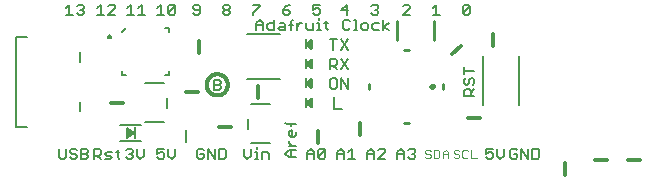
<source format=gbr>
G04 EAGLE Gerber RS-274X export*
G75*
%MOMM*%
%FSLAX34Y34*%
%LPD*%
%INSilkscreen Top*%
%IPPOS*%
%AMOC8*
5,1,8,0,0,1.08239X$1,22.5*%
G01*
%ADD10C,0.127000*%
%ADD11C,0.101600*%
%ADD12C,0.304800*%
%ADD13R,0.190500X0.889000*%
%ADD14C,0.203200*%
%ADD15C,0.220000*%
%ADD16R,0.200000X1.000000*%
%ADD17C,0.254000*%

G36*
X250212Y116082D02*
X250212Y116082D01*
X250229Y116080D01*
X250332Y116102D01*
X250437Y116120D01*
X250452Y116128D01*
X250470Y116132D01*
X250560Y116186D01*
X250654Y116236D01*
X250666Y116249D01*
X250681Y116258D01*
X250750Y116338D01*
X250822Y116415D01*
X250829Y116432D01*
X250841Y116445D01*
X250880Y116543D01*
X250924Y116639D01*
X250926Y116657D01*
X250933Y116673D01*
X250951Y116840D01*
X250951Y124460D01*
X250949Y124477D01*
X250950Y124492D01*
X250950Y124495D01*
X250929Y124599D01*
X250912Y124703D01*
X250903Y124718D01*
X250900Y124736D01*
X250846Y124827D01*
X250796Y124920D01*
X250784Y124932D01*
X250775Y124948D01*
X250695Y125017D01*
X250618Y125090D01*
X250602Y125097D01*
X250588Y125109D01*
X250491Y125149D01*
X250395Y125193D01*
X250377Y125195D01*
X250361Y125202D01*
X250255Y125209D01*
X250151Y125220D01*
X250133Y125216D01*
X250115Y125218D01*
X250013Y125190D01*
X249940Y125174D01*
X249937Y125174D01*
X249910Y125168D01*
X249895Y125159D01*
X249878Y125154D01*
X249733Y125069D01*
X244653Y121259D01*
X244650Y121256D01*
X244647Y121254D01*
X244565Y121167D01*
X244483Y121082D01*
X244481Y121078D01*
X244478Y121075D01*
X244428Y120966D01*
X244378Y120859D01*
X244378Y120855D01*
X244376Y120851D01*
X244363Y120733D01*
X244350Y120615D01*
X244350Y120611D01*
X244350Y120606D01*
X244376Y120490D01*
X244401Y120374D01*
X244403Y120370D01*
X244404Y120366D01*
X244465Y120264D01*
X244526Y120162D01*
X244529Y120159D01*
X244531Y120156D01*
X244653Y120041D01*
X249733Y116231D01*
X249749Y116223D01*
X249762Y116211D01*
X249858Y116166D01*
X249951Y116117D01*
X249969Y116114D01*
X249985Y116107D01*
X250090Y116095D01*
X250194Y116079D01*
X250212Y116082D01*
G37*
G36*
X250212Y99572D02*
X250212Y99572D01*
X250229Y99570D01*
X250332Y99592D01*
X250437Y99610D01*
X250452Y99618D01*
X250470Y99622D01*
X250560Y99676D01*
X250654Y99726D01*
X250666Y99739D01*
X250681Y99748D01*
X250750Y99828D01*
X250822Y99905D01*
X250829Y99922D01*
X250841Y99935D01*
X250880Y100033D01*
X250924Y100129D01*
X250926Y100147D01*
X250933Y100163D01*
X250951Y100330D01*
X250951Y107950D01*
X250949Y107967D01*
X250950Y107982D01*
X250950Y107985D01*
X250929Y108089D01*
X250912Y108193D01*
X250903Y108208D01*
X250900Y108226D01*
X250846Y108317D01*
X250796Y108410D01*
X250784Y108422D01*
X250775Y108438D01*
X250695Y108507D01*
X250618Y108580D01*
X250602Y108587D01*
X250588Y108599D01*
X250491Y108639D01*
X250395Y108683D01*
X250377Y108685D01*
X250361Y108692D01*
X250255Y108699D01*
X250151Y108710D01*
X250133Y108706D01*
X250115Y108708D01*
X250013Y108680D01*
X249940Y108664D01*
X249937Y108664D01*
X249910Y108658D01*
X249895Y108649D01*
X249878Y108644D01*
X249733Y108559D01*
X244653Y104749D01*
X244650Y104746D01*
X244647Y104744D01*
X244565Y104657D01*
X244483Y104572D01*
X244481Y104568D01*
X244478Y104565D01*
X244428Y104456D01*
X244378Y104349D01*
X244378Y104345D01*
X244376Y104341D01*
X244363Y104223D01*
X244350Y104105D01*
X244350Y104101D01*
X244350Y104096D01*
X244376Y103980D01*
X244401Y103864D01*
X244403Y103860D01*
X244404Y103856D01*
X244465Y103754D01*
X244526Y103652D01*
X244529Y103649D01*
X244531Y103646D01*
X244653Y103531D01*
X249733Y99721D01*
X249749Y99713D01*
X249762Y99701D01*
X249858Y99656D01*
X249951Y99607D01*
X249969Y99604D01*
X249985Y99597D01*
X250090Y99585D01*
X250194Y99569D01*
X250212Y99572D01*
G37*
G36*
X250212Y83062D02*
X250212Y83062D01*
X250229Y83060D01*
X250332Y83082D01*
X250437Y83100D01*
X250452Y83108D01*
X250470Y83112D01*
X250560Y83166D01*
X250654Y83216D01*
X250666Y83229D01*
X250681Y83238D01*
X250750Y83318D01*
X250822Y83395D01*
X250829Y83412D01*
X250841Y83425D01*
X250880Y83523D01*
X250924Y83619D01*
X250926Y83637D01*
X250933Y83653D01*
X250951Y83820D01*
X250951Y91440D01*
X250949Y91457D01*
X250950Y91472D01*
X250950Y91475D01*
X250929Y91579D01*
X250912Y91683D01*
X250903Y91698D01*
X250900Y91716D01*
X250846Y91807D01*
X250796Y91900D01*
X250784Y91912D01*
X250775Y91928D01*
X250695Y91997D01*
X250618Y92070D01*
X250602Y92077D01*
X250588Y92089D01*
X250491Y92129D01*
X250395Y92173D01*
X250377Y92175D01*
X250361Y92182D01*
X250255Y92189D01*
X250151Y92200D01*
X250133Y92196D01*
X250115Y92198D01*
X250013Y92170D01*
X249940Y92154D01*
X249937Y92154D01*
X249910Y92148D01*
X249895Y92139D01*
X249878Y92134D01*
X249733Y92049D01*
X244653Y88239D01*
X244650Y88236D01*
X244647Y88234D01*
X244565Y88147D01*
X244483Y88062D01*
X244481Y88058D01*
X244478Y88055D01*
X244428Y87946D01*
X244378Y87839D01*
X244378Y87835D01*
X244376Y87831D01*
X244363Y87713D01*
X244350Y87595D01*
X244350Y87591D01*
X244350Y87586D01*
X244376Y87470D01*
X244401Y87354D01*
X244403Y87350D01*
X244404Y87346D01*
X244465Y87244D01*
X244526Y87142D01*
X244529Y87139D01*
X244531Y87136D01*
X244653Y87021D01*
X249733Y83211D01*
X249749Y83203D01*
X249762Y83191D01*
X249858Y83146D01*
X249951Y83097D01*
X249969Y83094D01*
X249985Y83087D01*
X250090Y83075D01*
X250194Y83059D01*
X250212Y83062D01*
G37*
G36*
X250212Y66552D02*
X250212Y66552D01*
X250229Y66550D01*
X250332Y66572D01*
X250437Y66590D01*
X250452Y66598D01*
X250470Y66602D01*
X250560Y66656D01*
X250654Y66706D01*
X250666Y66719D01*
X250681Y66728D01*
X250750Y66808D01*
X250822Y66885D01*
X250829Y66902D01*
X250841Y66915D01*
X250880Y67013D01*
X250924Y67109D01*
X250926Y67127D01*
X250933Y67143D01*
X250951Y67310D01*
X250951Y74930D01*
X250949Y74947D01*
X250950Y74962D01*
X250950Y74965D01*
X250929Y75069D01*
X250912Y75173D01*
X250903Y75188D01*
X250900Y75206D01*
X250846Y75297D01*
X250796Y75390D01*
X250784Y75402D01*
X250775Y75418D01*
X250695Y75487D01*
X250618Y75560D01*
X250602Y75567D01*
X250588Y75579D01*
X250491Y75619D01*
X250395Y75663D01*
X250377Y75665D01*
X250361Y75672D01*
X250255Y75679D01*
X250151Y75690D01*
X250133Y75686D01*
X250115Y75688D01*
X250013Y75660D01*
X249940Y75644D01*
X249937Y75644D01*
X249910Y75638D01*
X249895Y75629D01*
X249878Y75624D01*
X249733Y75539D01*
X244653Y71729D01*
X244650Y71726D01*
X244647Y71724D01*
X244565Y71637D01*
X244483Y71552D01*
X244481Y71548D01*
X244478Y71545D01*
X244428Y71436D01*
X244378Y71329D01*
X244378Y71325D01*
X244376Y71321D01*
X244363Y71203D01*
X244350Y71085D01*
X244350Y71081D01*
X244350Y71076D01*
X244376Y70960D01*
X244401Y70844D01*
X244403Y70840D01*
X244404Y70836D01*
X244465Y70734D01*
X244526Y70632D01*
X244529Y70629D01*
X244531Y70626D01*
X244653Y70511D01*
X249733Y66701D01*
X249749Y66693D01*
X249762Y66681D01*
X249858Y66636D01*
X249951Y66587D01*
X249969Y66584D01*
X249985Y66577D01*
X250090Y66565D01*
X250194Y66549D01*
X250212Y66552D01*
G37*
G36*
X94565Y42713D02*
X94565Y42713D01*
X94636Y42711D01*
X94706Y42730D01*
X94777Y42738D01*
X94832Y42763D01*
X94911Y42783D01*
X95014Y42844D01*
X95083Y42875D01*
X98083Y44875D01*
X98170Y44952D01*
X98260Y45025D01*
X98275Y45047D01*
X98295Y45065D01*
X98357Y45162D01*
X98424Y45257D01*
X98432Y45283D01*
X98447Y45305D01*
X98479Y45416D01*
X98517Y45526D01*
X98518Y45553D01*
X98525Y45578D01*
X98525Y45694D01*
X98531Y45810D01*
X98525Y45836D01*
X98525Y45863D01*
X98493Y45974D01*
X98467Y46087D01*
X98454Y46110D01*
X98446Y46136D01*
X98384Y46234D01*
X98328Y46335D01*
X98310Y46351D01*
X98295Y46376D01*
X98087Y46561D01*
X98083Y46565D01*
X95083Y48565D01*
X95019Y48596D01*
X94959Y48636D01*
X94891Y48657D01*
X94827Y48688D01*
X94756Y48700D01*
X94688Y48721D01*
X94617Y48723D01*
X94547Y48735D01*
X94475Y48727D01*
X94404Y48729D01*
X94335Y48711D01*
X94264Y48702D01*
X94198Y48675D01*
X94129Y48657D01*
X94068Y48620D01*
X94002Y48593D01*
X93946Y48548D01*
X93884Y48512D01*
X93835Y48460D01*
X93780Y48415D01*
X93739Y48357D01*
X93690Y48304D01*
X93657Y48241D01*
X93616Y48183D01*
X93593Y48115D01*
X93560Y48051D01*
X93550Y47992D01*
X93523Y47914D01*
X93517Y47795D01*
X93505Y47720D01*
X93505Y43720D01*
X93515Y43649D01*
X93515Y43577D01*
X93535Y43509D01*
X93545Y43439D01*
X93574Y43373D01*
X93594Y43304D01*
X93632Y43244D01*
X93661Y43179D01*
X93707Y43124D01*
X93745Y43064D01*
X93799Y43016D01*
X93845Y42962D01*
X93904Y42922D01*
X93958Y42875D01*
X94022Y42844D01*
X94081Y42805D01*
X94150Y42783D01*
X94214Y42752D01*
X94284Y42740D01*
X94352Y42719D01*
X94424Y42717D01*
X94495Y42705D01*
X94565Y42713D01*
G37*
D10*
X265600Y99695D02*
X265600Y108593D01*
X270049Y108593D01*
X271532Y107110D01*
X271532Y104144D01*
X270049Y102661D01*
X265600Y102661D01*
X268566Y102661D02*
X271532Y99695D01*
X280887Y99695D02*
X274955Y108593D01*
X280887Y108593D02*
X274955Y99695D01*
X268566Y116205D02*
X268566Y125103D01*
X265600Y125103D02*
X271532Y125103D01*
X274955Y125103D02*
X280887Y116205D01*
X274955Y116205D02*
X280887Y125103D01*
X270049Y92083D02*
X267083Y92083D01*
X265600Y90600D01*
X265600Y84668D01*
X267083Y83185D01*
X270049Y83185D01*
X271532Y84668D01*
X271532Y90600D01*
X270049Y92083D01*
X274955Y92083D02*
X274955Y83185D01*
X280887Y83185D02*
X274955Y92083D01*
X280887Y92083D02*
X280887Y83185D01*
X45046Y154313D02*
X42080Y151347D01*
X45046Y154313D02*
X45046Y145415D01*
X42080Y145415D02*
X48012Y145415D01*
X51435Y152830D02*
X52918Y154313D01*
X55884Y154313D01*
X57367Y152830D01*
X57367Y151347D01*
X55884Y149864D01*
X54401Y149864D01*
X55884Y149864D02*
X57367Y148381D01*
X57367Y146898D01*
X55884Y145415D01*
X52918Y145415D01*
X51435Y146898D01*
X68750Y151347D02*
X71716Y154313D01*
X71716Y145415D01*
X68750Y145415D02*
X74682Y145415D01*
X78105Y145415D02*
X84037Y145415D01*
X78105Y145415D02*
X84037Y151347D01*
X84037Y152830D01*
X82554Y154313D01*
X79588Y154313D01*
X78105Y152830D01*
X94150Y151347D02*
X97116Y154313D01*
X97116Y145415D01*
X94150Y145415D02*
X100082Y145415D01*
X103505Y151347D02*
X106471Y154313D01*
X106471Y145415D01*
X103505Y145415D02*
X109437Y145415D01*
X119550Y151347D02*
X122516Y154313D01*
X122516Y145415D01*
X119550Y145415D02*
X125482Y145415D01*
X128905Y146898D02*
X128905Y152830D01*
X130388Y154313D01*
X133354Y154313D01*
X134837Y152830D01*
X134837Y146898D01*
X133354Y145415D01*
X130388Y145415D01*
X128905Y146898D01*
X134837Y152830D01*
X149627Y146898D02*
X151110Y145415D01*
X154076Y145415D01*
X155559Y146898D01*
X155559Y152830D01*
X154076Y154313D01*
X151110Y154313D01*
X149627Y152830D01*
X149627Y151347D01*
X151110Y149864D01*
X155559Y149864D01*
X175027Y152830D02*
X176510Y154313D01*
X179476Y154313D01*
X180959Y152830D01*
X180959Y151347D01*
X179476Y149864D01*
X180959Y148381D01*
X180959Y146898D01*
X179476Y145415D01*
X176510Y145415D01*
X175027Y146898D01*
X175027Y148381D01*
X176510Y149864D01*
X175027Y151347D01*
X175027Y152830D01*
X176510Y149864D02*
X179476Y149864D01*
X200427Y154313D02*
X206359Y154313D01*
X206359Y152830D01*
X200427Y146898D01*
X200427Y145415D01*
X228793Y152830D02*
X231759Y154313D01*
X228793Y152830D02*
X225827Y149864D01*
X225827Y146898D01*
X227310Y145415D01*
X230276Y145415D01*
X231759Y146898D01*
X231759Y148381D01*
X230276Y149864D01*
X225827Y149864D01*
X251227Y154313D02*
X257159Y154313D01*
X251227Y154313D02*
X251227Y149864D01*
X254193Y151347D01*
X255676Y151347D01*
X257159Y149864D01*
X257159Y146898D01*
X255676Y145415D01*
X252710Y145415D01*
X251227Y146898D01*
X279806Y145415D02*
X279806Y154313D01*
X275357Y149864D01*
X281289Y149864D01*
X300757Y152830D02*
X302240Y154313D01*
X305206Y154313D01*
X306689Y152830D01*
X306689Y151347D01*
X305206Y149864D01*
X303723Y149864D01*
X305206Y149864D02*
X306689Y148381D01*
X306689Y146898D01*
X305206Y145415D01*
X302240Y145415D01*
X300757Y146898D01*
X327427Y145415D02*
X333359Y145415D01*
X327427Y145415D02*
X333359Y151347D01*
X333359Y152830D01*
X331876Y154313D01*
X328910Y154313D01*
X327427Y152830D01*
X352827Y151347D02*
X355793Y154313D01*
X355793Y145415D01*
X352827Y145415D02*
X358759Y145415D01*
X378227Y146898D02*
X378227Y152830D01*
X379710Y154313D01*
X382676Y154313D01*
X384159Y152830D01*
X384159Y146898D01*
X382676Y145415D01*
X379710Y145415D01*
X378227Y146898D01*
X384159Y152830D01*
D11*
X373841Y31502D02*
X375027Y30316D01*
X373841Y31502D02*
X371468Y31502D01*
X370282Y30316D01*
X370282Y29129D01*
X371468Y27943D01*
X373841Y27943D01*
X375027Y26757D01*
X375027Y25570D01*
X373841Y24384D01*
X371468Y24384D01*
X370282Y25570D01*
X381325Y31502D02*
X382511Y30316D01*
X381325Y31502D02*
X378952Y31502D01*
X377766Y30316D01*
X377766Y25570D01*
X378952Y24384D01*
X381325Y24384D01*
X382511Y25570D01*
X385250Y24384D02*
X385250Y31502D01*
X385250Y24384D02*
X389995Y24384D01*
X350897Y30316D02*
X349711Y31502D01*
X347338Y31502D01*
X346152Y30316D01*
X346152Y29129D01*
X347338Y27943D01*
X349711Y27943D01*
X350897Y26757D01*
X350897Y25570D01*
X349711Y24384D01*
X347338Y24384D01*
X346152Y25570D01*
X353636Y24384D02*
X353636Y31502D01*
X353636Y24384D02*
X357195Y24384D01*
X358381Y25570D01*
X358381Y30316D01*
X357195Y31502D01*
X353636Y31502D01*
X361120Y29129D02*
X361120Y24384D01*
X361120Y29129D02*
X363493Y31502D01*
X365865Y29129D01*
X365865Y24384D01*
X365865Y27943D02*
X361120Y27943D01*
D10*
X322750Y29427D02*
X322750Y23495D01*
X322750Y29427D02*
X325716Y32393D01*
X328682Y29427D01*
X328682Y23495D01*
X328682Y27944D02*
X322750Y27944D01*
X332105Y30910D02*
X333588Y32393D01*
X336554Y32393D01*
X338037Y30910D01*
X338037Y29427D01*
X336554Y27944D01*
X335071Y27944D01*
X336554Y27944D02*
X338037Y26461D01*
X338037Y24978D01*
X336554Y23495D01*
X333588Y23495D01*
X332105Y24978D01*
X297350Y23495D02*
X297350Y29427D01*
X300316Y32393D01*
X303282Y29427D01*
X303282Y23495D01*
X303282Y27944D02*
X297350Y27944D01*
X306705Y23495D02*
X312637Y23495D01*
X306705Y23495D02*
X312637Y29427D01*
X312637Y30910D01*
X311154Y32393D01*
X308188Y32393D01*
X306705Y30910D01*
X271950Y29427D02*
X271950Y23495D01*
X271950Y29427D02*
X274916Y32393D01*
X277882Y29427D01*
X277882Y23495D01*
X277882Y27944D02*
X271950Y27944D01*
X281305Y29427D02*
X284271Y32393D01*
X284271Y23495D01*
X281305Y23495D02*
X287237Y23495D01*
X246550Y23495D02*
X246550Y29427D01*
X249516Y32393D01*
X252482Y29427D01*
X252482Y23495D01*
X252482Y27944D02*
X246550Y27944D01*
X255905Y24978D02*
X255905Y30910D01*
X257388Y32393D01*
X260354Y32393D01*
X261837Y30910D01*
X261837Y24978D01*
X260354Y23495D01*
X257388Y23495D01*
X255905Y24978D01*
X261837Y30910D01*
X236855Y24903D02*
X230923Y24903D01*
X227957Y27869D01*
X230923Y30835D01*
X236855Y30835D01*
X232406Y30835D02*
X232406Y24903D01*
X230923Y34259D02*
X236855Y34259D01*
X233889Y34259D02*
X230923Y37224D01*
X230923Y38707D01*
X236855Y43538D02*
X236855Y46503D01*
X236855Y43538D02*
X235372Y42055D01*
X232406Y42055D01*
X230923Y43538D01*
X230923Y46503D01*
X232406Y47986D01*
X233889Y47986D01*
X233889Y42055D01*
X236855Y52893D02*
X229440Y52893D01*
X227957Y54376D01*
X232406Y54376D02*
X232406Y51410D01*
X192631Y32393D02*
X192631Y26461D01*
X195597Y23495D01*
X198563Y26461D01*
X198563Y32393D01*
X201987Y29427D02*
X203470Y29427D01*
X203470Y23495D01*
X204952Y23495D02*
X201987Y23495D01*
X203470Y32393D02*
X203470Y33876D01*
X208223Y29427D02*
X208223Y23495D01*
X208223Y29427D02*
X212672Y29427D01*
X214155Y27944D01*
X214155Y23495D01*
X158904Y30910D02*
X157421Y32393D01*
X154455Y32393D01*
X152972Y30910D01*
X152972Y24978D01*
X154455Y23495D01*
X157421Y23495D01*
X158904Y24978D01*
X158904Y27944D01*
X155938Y27944D01*
X162327Y23495D02*
X162327Y32393D01*
X168259Y23495D01*
X168259Y32393D01*
X171683Y32393D02*
X171683Y23495D01*
X176131Y23495D01*
X177614Y24978D01*
X177614Y30910D01*
X176131Y32393D01*
X171683Y32393D01*
X125482Y32393D02*
X119550Y32393D01*
X119550Y27944D01*
X122516Y29427D01*
X123999Y29427D01*
X125482Y27944D01*
X125482Y24978D01*
X123999Y23495D01*
X121033Y23495D01*
X119550Y24978D01*
X128905Y26461D02*
X128905Y32393D01*
X128905Y26461D02*
X131871Y23495D01*
X134837Y26461D01*
X134837Y32393D01*
X36132Y32393D02*
X36132Y24978D01*
X37615Y23495D01*
X40581Y23495D01*
X42064Y24978D01*
X42064Y32393D01*
X49936Y32393D02*
X51419Y30910D01*
X49936Y32393D02*
X46970Y32393D01*
X45487Y30910D01*
X45487Y29427D01*
X46970Y27944D01*
X49936Y27944D01*
X51419Y26461D01*
X51419Y24978D01*
X49936Y23495D01*
X46970Y23495D01*
X45487Y24978D01*
X54843Y23495D02*
X54843Y32393D01*
X59291Y32393D01*
X60774Y30910D01*
X60774Y29427D01*
X59291Y27944D01*
X60774Y26461D01*
X60774Y24978D01*
X59291Y23495D01*
X54843Y23495D01*
X54843Y27944D02*
X59291Y27944D01*
X92880Y30910D02*
X94363Y32393D01*
X97329Y32393D01*
X98812Y30910D01*
X98812Y29427D01*
X97329Y27944D01*
X95846Y27944D01*
X97329Y27944D02*
X98812Y26461D01*
X98812Y24978D01*
X97329Y23495D01*
X94363Y23495D01*
X92880Y24978D01*
X102235Y26461D02*
X102235Y32393D01*
X102235Y26461D02*
X105201Y23495D01*
X108167Y26461D01*
X108167Y32393D01*
X65631Y32393D02*
X65631Y23495D01*
X65631Y32393D02*
X70080Y32393D01*
X71563Y30910D01*
X71563Y27944D01*
X70080Y26461D01*
X65631Y26461D01*
X68597Y26461D02*
X71563Y23495D01*
X74987Y23495D02*
X79435Y23495D01*
X80918Y24978D01*
X79435Y26461D01*
X76470Y26461D01*
X74987Y27944D01*
X76470Y29427D01*
X80918Y29427D01*
X85825Y30910D02*
X85825Y24978D01*
X87308Y23495D01*
X87308Y29427D02*
X84342Y29427D01*
X203295Y132715D02*
X203295Y138647D01*
X206261Y141613D01*
X209226Y138647D01*
X209226Y132715D01*
X209226Y137164D02*
X203295Y137164D01*
X218582Y141613D02*
X218582Y132715D01*
X214133Y132715D01*
X212650Y134198D01*
X212650Y137164D01*
X214133Y138647D01*
X218582Y138647D01*
X223488Y138647D02*
X226454Y138647D01*
X227937Y137164D01*
X227937Y132715D01*
X223488Y132715D01*
X222005Y134198D01*
X223488Y135681D01*
X227937Y135681D01*
X232843Y132715D02*
X232843Y140130D01*
X234326Y141613D01*
X234326Y137164D02*
X231360Y137164D01*
X237597Y138647D02*
X237597Y132715D01*
X237597Y135681D02*
X240563Y138647D01*
X242046Y138647D01*
X245393Y138647D02*
X245393Y134198D01*
X246876Y132715D01*
X251325Y132715D01*
X251325Y138647D01*
X254748Y138647D02*
X256231Y138647D01*
X256231Y132715D01*
X254748Y132715D02*
X257714Y132715D01*
X256231Y141613D02*
X256231Y143096D01*
X262468Y140130D02*
X262468Y134198D01*
X263951Y132715D01*
X263951Y138647D02*
X260985Y138647D01*
X281026Y141613D02*
X282509Y140130D01*
X281026Y141613D02*
X278060Y141613D01*
X276577Y140130D01*
X276577Y134198D01*
X278060Y132715D01*
X281026Y132715D01*
X282509Y134198D01*
X285932Y141613D02*
X287415Y141613D01*
X287415Y132715D01*
X285932Y132715D02*
X288898Y132715D01*
X293652Y132715D02*
X296618Y132715D01*
X298101Y134198D01*
X298101Y137164D01*
X296618Y138647D01*
X293652Y138647D01*
X292169Y137164D01*
X292169Y134198D01*
X293652Y132715D01*
X303007Y138647D02*
X307456Y138647D01*
X303007Y138647D02*
X301524Y137164D01*
X301524Y134198D01*
X303007Y132715D01*
X307456Y132715D01*
X310879Y132715D02*
X310879Y141613D01*
X310879Y135681D02*
X315328Y132715D01*
X310879Y135681D02*
X315328Y138647D01*
X379087Y76835D02*
X387985Y76835D01*
X379087Y76835D02*
X379087Y81284D01*
X380570Y82767D01*
X383536Y82767D01*
X385019Y81284D01*
X385019Y76835D01*
X385019Y79801D02*
X387985Y82767D01*
X379087Y90639D02*
X380570Y92122D01*
X379087Y90639D02*
X379087Y87673D01*
X380570Y86190D01*
X382053Y86190D01*
X383536Y87673D01*
X383536Y90639D01*
X385019Y92122D01*
X386502Y92122D01*
X387985Y90639D01*
X387985Y87673D01*
X386502Y86190D01*
X387985Y98511D02*
X379087Y98511D01*
X379087Y95545D02*
X379087Y101477D01*
X397680Y32393D02*
X403612Y32393D01*
X397680Y32393D02*
X397680Y27944D01*
X400646Y29427D01*
X402129Y29427D01*
X403612Y27944D01*
X403612Y24978D01*
X402129Y23495D01*
X399163Y23495D01*
X397680Y24978D01*
X407035Y26461D02*
X407035Y32393D01*
X407035Y26461D02*
X410001Y23495D01*
X412967Y26461D01*
X412967Y32393D01*
X422851Y32393D02*
X424334Y30910D01*
X422851Y32393D02*
X419885Y32393D01*
X418402Y30910D01*
X418402Y24978D01*
X419885Y23495D01*
X422851Y23495D01*
X424334Y24978D01*
X424334Y27944D01*
X421368Y27944D01*
X427757Y23495D02*
X427757Y32393D01*
X433689Y23495D01*
X433689Y32393D01*
X437113Y32393D02*
X437113Y23495D01*
X441561Y23495D01*
X443044Y24978D01*
X443044Y30910D01*
X441561Y32393D01*
X437113Y32393D01*
D12*
X181610Y50800D02*
X171450Y50800D01*
D13*
X245293Y87630D03*
D12*
X291484Y54392D02*
X291484Y44232D01*
D13*
X245293Y71120D03*
D14*
X268986Y65786D02*
X268986Y76463D01*
X268986Y65786D02*
X276104Y65786D01*
X143510Y48260D02*
X143510Y38100D01*
D12*
X204470Y74930D02*
X204470Y85090D01*
X90170Y71120D02*
X80010Y71120D01*
D15*
X322038Y124080D02*
X322038Y140080D01*
X354038Y140080D02*
X354038Y124080D01*
D12*
X369108Y112440D02*
X376292Y119624D01*
X255270Y46990D02*
X255270Y36830D01*
D14*
X425464Y68916D02*
X425464Y110916D01*
X394956Y110916D02*
X394956Y68916D01*
D12*
X403860Y119380D02*
X403860Y129540D01*
X392430Y58420D02*
X382270Y58420D01*
D14*
X105250Y38720D02*
X87790Y38720D01*
X87790Y52720D02*
X105250Y52720D01*
X99520Y45720D02*
X93520Y41720D01*
X93520Y49720D01*
X99520Y45720D01*
D16*
X100520Y45720D03*
D14*
X195550Y91490D02*
X223550Y91490D01*
X223550Y129490D02*
X195550Y129490D01*
X199010Y36840D02*
X215010Y36840D01*
X215010Y69840D02*
X199010Y69840D01*
X196510Y57340D02*
X196510Y49340D01*
D17*
X361313Y82969D02*
X361313Y87211D01*
X332321Y53977D02*
X328079Y53977D01*
X299087Y82969D02*
X299087Y87211D01*
X328079Y116203D02*
X332321Y116203D01*
X350620Y85090D02*
X350622Y85167D01*
X350628Y85244D01*
X350638Y85321D01*
X350652Y85397D01*
X350669Y85472D01*
X350691Y85546D01*
X350716Y85619D01*
X350746Y85691D01*
X350778Y85761D01*
X350815Y85829D01*
X350854Y85895D01*
X350897Y85959D01*
X350944Y86021D01*
X350993Y86080D01*
X351046Y86137D01*
X351101Y86191D01*
X351159Y86242D01*
X351220Y86290D01*
X351283Y86335D01*
X351348Y86376D01*
X351415Y86414D01*
X351484Y86449D01*
X351555Y86479D01*
X351627Y86507D01*
X351701Y86530D01*
X351775Y86550D01*
X351851Y86566D01*
X351927Y86578D01*
X352004Y86586D01*
X352081Y86590D01*
X352159Y86590D01*
X352236Y86586D01*
X352313Y86578D01*
X352389Y86566D01*
X352465Y86550D01*
X352539Y86530D01*
X352613Y86507D01*
X352685Y86479D01*
X352756Y86449D01*
X352825Y86414D01*
X352892Y86376D01*
X352957Y86335D01*
X353020Y86290D01*
X353081Y86242D01*
X353139Y86191D01*
X353194Y86137D01*
X353247Y86080D01*
X353296Y86021D01*
X353343Y85959D01*
X353386Y85895D01*
X353425Y85829D01*
X353462Y85761D01*
X353494Y85691D01*
X353524Y85619D01*
X353549Y85546D01*
X353571Y85472D01*
X353588Y85397D01*
X353602Y85321D01*
X353612Y85244D01*
X353618Y85167D01*
X353620Y85090D01*
X353618Y85013D01*
X353612Y84936D01*
X353602Y84859D01*
X353588Y84783D01*
X353571Y84708D01*
X353549Y84634D01*
X353524Y84561D01*
X353494Y84489D01*
X353462Y84419D01*
X353425Y84351D01*
X353386Y84285D01*
X353343Y84221D01*
X353296Y84159D01*
X353247Y84100D01*
X353194Y84043D01*
X353139Y83989D01*
X353081Y83938D01*
X353020Y83890D01*
X352957Y83845D01*
X352892Y83804D01*
X352825Y83766D01*
X352756Y83731D01*
X352685Y83701D01*
X352613Y83673D01*
X352539Y83650D01*
X352465Y83630D01*
X352389Y83614D01*
X352313Y83602D01*
X352236Y83594D01*
X352159Y83590D01*
X352081Y83590D01*
X352004Y83594D01*
X351927Y83602D01*
X351851Y83614D01*
X351775Y83630D01*
X351701Y83650D01*
X351627Y83673D01*
X351555Y83701D01*
X351484Y83731D01*
X351415Y83766D01*
X351348Y83804D01*
X351283Y83845D01*
X351220Y83890D01*
X351159Y83938D01*
X351101Y83989D01*
X351046Y84043D01*
X350993Y84100D01*
X350944Y84159D01*
X350897Y84221D01*
X350854Y84285D01*
X350815Y84351D01*
X350778Y84419D01*
X350746Y84489D01*
X350716Y84561D01*
X350691Y84634D01*
X350669Y84708D01*
X350652Y84783D01*
X350638Y84859D01*
X350628Y84936D01*
X350622Y85013D01*
X350620Y85090D01*
D14*
X129220Y94300D02*
X125720Y94300D01*
X129220Y94300D02*
X129220Y97800D01*
X92720Y94300D02*
X89220Y94300D01*
X89220Y97800D01*
X129220Y130800D02*
X129220Y134300D01*
X125720Y134300D01*
X92720Y134300D02*
X89220Y130800D01*
X77470Y127000D02*
X77472Y127071D01*
X77478Y127142D01*
X77488Y127213D01*
X77502Y127283D01*
X77520Y127352D01*
X77541Y127419D01*
X77567Y127486D01*
X77596Y127551D01*
X77628Y127614D01*
X77665Y127676D01*
X77704Y127735D01*
X77747Y127792D01*
X77793Y127846D01*
X77842Y127898D01*
X77894Y127947D01*
X77948Y127993D01*
X78005Y128036D01*
X78064Y128075D01*
X78126Y128112D01*
X78189Y128144D01*
X78254Y128173D01*
X78321Y128199D01*
X78388Y128220D01*
X78457Y128238D01*
X78527Y128252D01*
X78598Y128262D01*
X78669Y128268D01*
X78740Y128270D01*
X78811Y128268D01*
X78882Y128262D01*
X78953Y128252D01*
X79023Y128238D01*
X79092Y128220D01*
X79159Y128199D01*
X79226Y128173D01*
X79291Y128144D01*
X79354Y128112D01*
X79416Y128075D01*
X79475Y128036D01*
X79532Y127993D01*
X79586Y127947D01*
X79638Y127898D01*
X79687Y127846D01*
X79733Y127792D01*
X79776Y127735D01*
X79815Y127676D01*
X79852Y127614D01*
X79884Y127551D01*
X79913Y127486D01*
X79939Y127419D01*
X79960Y127352D01*
X79978Y127283D01*
X79992Y127213D01*
X80002Y127142D01*
X80008Y127071D01*
X80010Y127000D01*
X80008Y126929D01*
X80002Y126858D01*
X79992Y126787D01*
X79978Y126717D01*
X79960Y126648D01*
X79939Y126581D01*
X79913Y126514D01*
X79884Y126449D01*
X79852Y126386D01*
X79815Y126324D01*
X79776Y126265D01*
X79733Y126208D01*
X79687Y126154D01*
X79638Y126102D01*
X79586Y126053D01*
X79532Y126007D01*
X79475Y125964D01*
X79416Y125925D01*
X79354Y125888D01*
X79291Y125856D01*
X79226Y125827D01*
X79159Y125801D01*
X79092Y125780D01*
X79023Y125762D01*
X78953Y125748D01*
X78882Y125738D01*
X78811Y125732D01*
X78740Y125730D01*
X78669Y125732D01*
X78598Y125738D01*
X78527Y125748D01*
X78457Y125762D01*
X78388Y125780D01*
X78321Y125801D01*
X78254Y125827D01*
X78189Y125856D01*
X78126Y125888D01*
X78064Y125925D01*
X78005Y125964D01*
X77948Y126007D01*
X77894Y126053D01*
X77842Y126102D01*
X77793Y126154D01*
X77747Y126208D01*
X77704Y126265D01*
X77665Y126324D01*
X77628Y126386D01*
X77596Y126449D01*
X77567Y126514D01*
X77541Y126581D01*
X77520Y126648D01*
X77502Y126717D01*
X77488Y126787D01*
X77478Y126858D01*
X77472Y126929D01*
X77470Y127000D01*
D10*
X54180Y113900D02*
X54180Y105900D01*
X54180Y71900D02*
X54180Y63900D01*
X9180Y126900D02*
X180Y126900D01*
X180Y50900D01*
X9180Y50900D01*
D12*
X154940Y113030D02*
X154940Y123190D01*
X153670Y80010D02*
X143510Y80010D01*
D13*
X245293Y104140D03*
X245293Y120650D03*
D14*
X124840Y87620D02*
X108840Y87620D01*
X108840Y54620D02*
X124840Y54620D01*
X127340Y67120D02*
X127340Y75120D01*
D12*
X161200Y86360D02*
X161203Y86580D01*
X161211Y86801D01*
X161224Y87021D01*
X161243Y87240D01*
X161268Y87459D01*
X161297Y87678D01*
X161332Y87895D01*
X161373Y88112D01*
X161418Y88328D01*
X161469Y88542D01*
X161525Y88755D01*
X161587Y88967D01*
X161653Y89177D01*
X161725Y89385D01*
X161802Y89592D01*
X161884Y89796D01*
X161970Y89999D01*
X162062Y90199D01*
X162159Y90398D01*
X162260Y90593D01*
X162367Y90786D01*
X162478Y90977D01*
X162593Y91164D01*
X162713Y91349D01*
X162838Y91531D01*
X162967Y91709D01*
X163101Y91885D01*
X163238Y92057D01*
X163380Y92225D01*
X163526Y92391D01*
X163676Y92552D01*
X163830Y92710D01*
X163988Y92864D01*
X164149Y93014D01*
X164315Y93160D01*
X164483Y93302D01*
X164655Y93439D01*
X164831Y93573D01*
X165009Y93702D01*
X165191Y93827D01*
X165376Y93947D01*
X165563Y94062D01*
X165754Y94173D01*
X165947Y94280D01*
X166142Y94381D01*
X166341Y94478D01*
X166541Y94570D01*
X166744Y94656D01*
X166948Y94738D01*
X167155Y94815D01*
X167363Y94887D01*
X167573Y94953D01*
X167785Y95015D01*
X167998Y95071D01*
X168212Y95122D01*
X168428Y95167D01*
X168645Y95208D01*
X168862Y95243D01*
X169081Y95272D01*
X169300Y95297D01*
X169519Y95316D01*
X169739Y95329D01*
X169960Y95337D01*
X170180Y95340D01*
X170400Y95337D01*
X170621Y95329D01*
X170841Y95316D01*
X171060Y95297D01*
X171279Y95272D01*
X171498Y95243D01*
X171715Y95208D01*
X171932Y95167D01*
X172148Y95122D01*
X172362Y95071D01*
X172575Y95015D01*
X172787Y94953D01*
X172997Y94887D01*
X173205Y94815D01*
X173412Y94738D01*
X173616Y94656D01*
X173819Y94570D01*
X174019Y94478D01*
X174218Y94381D01*
X174413Y94280D01*
X174606Y94173D01*
X174797Y94062D01*
X174984Y93947D01*
X175169Y93827D01*
X175351Y93702D01*
X175529Y93573D01*
X175705Y93439D01*
X175877Y93302D01*
X176045Y93160D01*
X176211Y93014D01*
X176372Y92864D01*
X176530Y92710D01*
X176684Y92552D01*
X176834Y92391D01*
X176980Y92225D01*
X177122Y92057D01*
X177259Y91885D01*
X177393Y91709D01*
X177522Y91531D01*
X177647Y91349D01*
X177767Y91164D01*
X177882Y90977D01*
X177993Y90786D01*
X178100Y90593D01*
X178201Y90398D01*
X178298Y90199D01*
X178390Y89999D01*
X178476Y89796D01*
X178558Y89592D01*
X178635Y89385D01*
X178707Y89177D01*
X178773Y88967D01*
X178835Y88755D01*
X178891Y88542D01*
X178942Y88328D01*
X178987Y88112D01*
X179028Y87895D01*
X179063Y87678D01*
X179092Y87459D01*
X179117Y87240D01*
X179136Y87021D01*
X179149Y86801D01*
X179157Y86580D01*
X179160Y86360D01*
X179157Y86140D01*
X179149Y85919D01*
X179136Y85699D01*
X179117Y85480D01*
X179092Y85261D01*
X179063Y85042D01*
X179028Y84825D01*
X178987Y84608D01*
X178942Y84392D01*
X178891Y84178D01*
X178835Y83965D01*
X178773Y83753D01*
X178707Y83543D01*
X178635Y83335D01*
X178558Y83128D01*
X178476Y82924D01*
X178390Y82721D01*
X178298Y82521D01*
X178201Y82322D01*
X178100Y82127D01*
X177993Y81934D01*
X177882Y81743D01*
X177767Y81556D01*
X177647Y81371D01*
X177522Y81189D01*
X177393Y81011D01*
X177259Y80835D01*
X177122Y80663D01*
X176980Y80495D01*
X176834Y80329D01*
X176684Y80168D01*
X176530Y80010D01*
X176372Y79856D01*
X176211Y79706D01*
X176045Y79560D01*
X175877Y79418D01*
X175705Y79281D01*
X175529Y79147D01*
X175351Y79018D01*
X175169Y78893D01*
X174984Y78773D01*
X174797Y78658D01*
X174606Y78547D01*
X174413Y78440D01*
X174218Y78339D01*
X174019Y78242D01*
X173819Y78150D01*
X173616Y78064D01*
X173412Y77982D01*
X173205Y77905D01*
X172997Y77833D01*
X172787Y77767D01*
X172575Y77705D01*
X172362Y77649D01*
X172148Y77598D01*
X171932Y77553D01*
X171715Y77512D01*
X171498Y77477D01*
X171279Y77448D01*
X171060Y77423D01*
X170841Y77404D01*
X170621Y77391D01*
X170400Y77383D01*
X170180Y77380D01*
X169960Y77383D01*
X169739Y77391D01*
X169519Y77404D01*
X169300Y77423D01*
X169081Y77448D01*
X168862Y77477D01*
X168645Y77512D01*
X168428Y77553D01*
X168212Y77598D01*
X167998Y77649D01*
X167785Y77705D01*
X167573Y77767D01*
X167363Y77833D01*
X167155Y77905D01*
X166948Y77982D01*
X166744Y78064D01*
X166541Y78150D01*
X166341Y78242D01*
X166142Y78339D01*
X165947Y78440D01*
X165754Y78547D01*
X165563Y78658D01*
X165376Y78773D01*
X165191Y78893D01*
X165009Y79018D01*
X164831Y79147D01*
X164655Y79281D01*
X164483Y79418D01*
X164315Y79560D01*
X164149Y79706D01*
X163988Y79856D01*
X163830Y80010D01*
X163676Y80168D01*
X163526Y80329D01*
X163380Y80495D01*
X163238Y80663D01*
X163101Y80835D01*
X162967Y81011D01*
X162838Y81189D01*
X162713Y81371D01*
X162593Y81556D01*
X162478Y81743D01*
X162367Y81934D01*
X162260Y82127D01*
X162159Y82322D01*
X162062Y82521D01*
X161970Y82721D01*
X161884Y82924D01*
X161802Y83128D01*
X161725Y83335D01*
X161653Y83543D01*
X161587Y83753D01*
X161525Y83965D01*
X161469Y84178D01*
X161418Y84392D01*
X161373Y84608D01*
X161332Y84825D01*
X161297Y85042D01*
X161268Y85261D01*
X161243Y85480D01*
X161224Y85699D01*
X161211Y85919D01*
X161203Y86140D01*
X161200Y86360D01*
D14*
X167640Y82296D02*
X167640Y90431D01*
X171707Y90431D01*
X173063Y89075D01*
X173063Y87719D01*
X171707Y86363D01*
X173063Y85008D01*
X173063Y83652D01*
X171707Y82296D01*
X167640Y82296D01*
X167640Y86363D02*
X171707Y86363D01*
D12*
X518160Y22860D02*
X528320Y22860D01*
X500380Y22860D02*
X490220Y22860D01*
X464820Y20320D02*
X464820Y10160D01*
M02*

</source>
